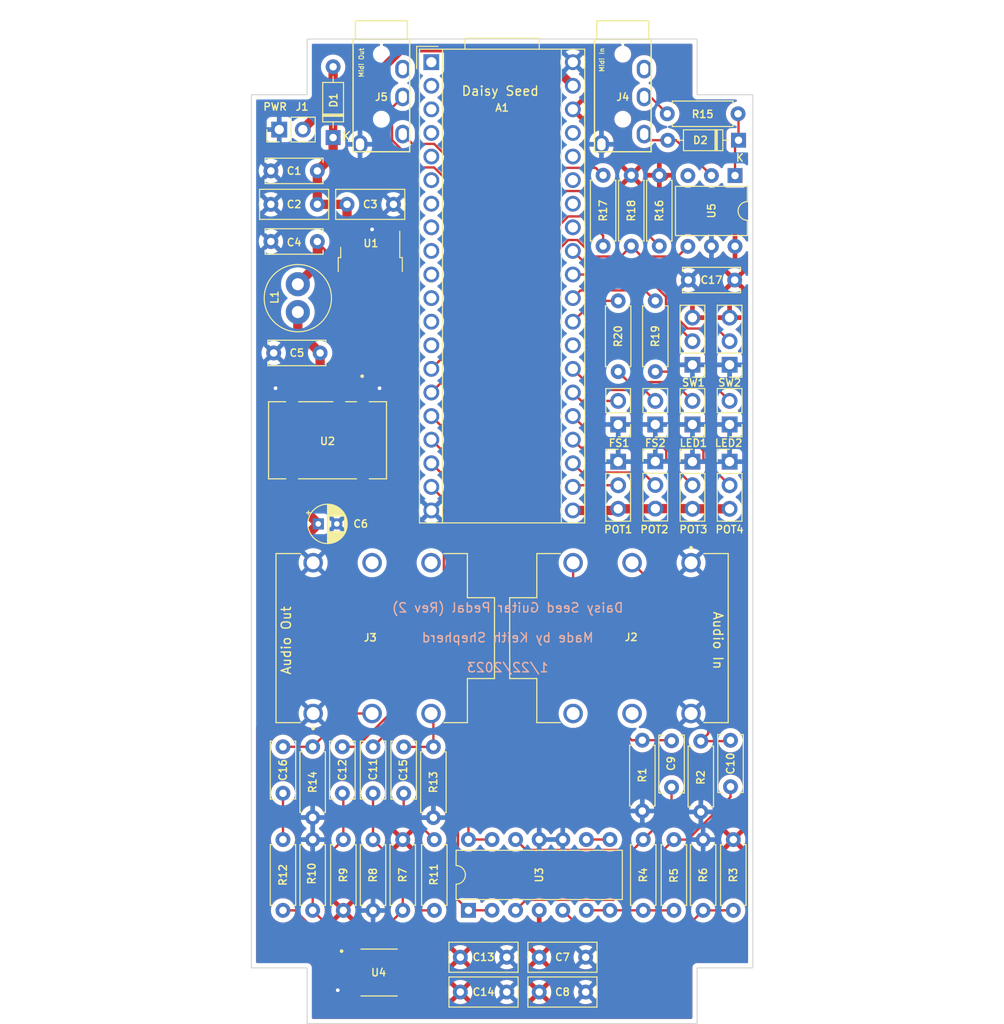
<source format=kicad_pcb>
(kicad_pcb (version 20211014) (generator pcbnew)
  (layers (0 "F.Cu" signal) (31 "B.Cu" signal) (34 "B.Paste" user) (35 "F.Paste" user) (36 "B.SilkS" user "B.Silkscreen") (37 "F.SilkS" user "F.Silkscreen") (38 "B.Mask" user) (39 "F.Mask" user) (44 "Edge.Cuts" user))
  (net 0 "")
  (net 6 "OLED_DISPLAY_SPI_CS")
  (net 7 "OLED_DISPLAY_SPI_SCK")
  (net 8 "OLED_DISPLAY_SPI_DC")
  (net 9 "OLED_DISPLAY_SPI_MOSI")
  (net 12 "MIDI_OUT")
  (net 13 "MIDI_IN")
  (net 14 "Net-(A1-Pad22)")
  (net 15 "Net-(A1-Pad23)")
  (net 16 "Net-(A1-Pad26)")
  (net 17 "Net-(A1-Pad27)")
  (net 19 "Net-(A1-Pad24)")
  (net 20 "Net-(A1-Pad25)")
  (net 26 "+3.3V")
  (net 27 "+9V")
  (net 28 "+5V")
  (net 29 "+5V_ISOLATED_POWER")
  (net 30 "Net-(C9-Pad2)")
  (net 31 "Net-(C10-Pad2)")
  (net 32 "Net-(C11-Pad1)")
  (net 33 "Net-(C12-Pad1)")
  (net 34 "Net-(C15-Pad1)")
  (net 35 "Net-(C16-Pad1)")
  (net 36 "Net-(D2-Pad1)")
  (net 41 "Net-(R3-Pad2)")
  (net 42 "/Audio Input Buffer/V_AUDIOBIAS")
  (net 43 "Net-(R11-Pad1)")
  (net 44 "Net-(R12-Pad1)")
  (net 48 "Net-(A1-Pad29)")
  (net 49 "Net-(A1-Pad30)")
  (net 50 "Net-(LED1-Pad2)")
  (net 51 "Net-(LED2-Pad2)")
  (net 52 "Net-(A1-Pad31)")
  (net 53 "Net-(A1-Pad32)")
  (net 54 "+3.3VA")
  (net 55 "/Power/VIN")
  (net 56 "Net-(U3-Pad8)")
  (net 57 "AUDIO_IN_BUFFER_LEFT")
  (net 58 "AUDIO_IN_BUFFER_RIGHT")
  (net 59 "AUDIO_OUT_BUFFER_LEFT")
  (net 60 "AUDIO_OUT_BUFFER_RIGHT")
  (net 61 "AUDIO_IN_JACK_LEFT")
  (net 62 "AUDIO_IN_JACK_RIGHT")
  (net 63 "AUDIO_OUT_JACK_LEFT")
  (net 64 "AUDIO_OUT_JACK_RIGHT")
  (net 65 "MIDI_IN_JACK_PIN5")
  (net 66 "MIDI_IN_JACK_PIN4")
  (net 67 "MIDI_OUT_JACK_PIN5")
  (net 68 "MIDI_OUT_JACK_PIN4")
  (net 69 "POWER_JACK_PWR")
  (net 70 "GND")
  (footprint "Package_DIP:DIP-6_W7.62mm" (layer "F.Cu") (at 132.085 44.7 -90)
    (fp_text reference "U5")
    (fp_text value "H11L1" hide)
  )
  (footprint "Resistor_THT:R_Axial_DIN0207_L6.3mm_D2.5mm_P7.62mm_Horizontal" (layer "F.Cu") (at 120.91 44.67 -90)
    (fp_text reference "R18")
    (fp_text value "470R" hide)
  )
  (footprint "Resistor_THT:R_Axial_DIN0207_L6.3mm_D2.5mm_P7.62mm_Horizontal" (layer "F.Cu") (at 89.9 123.81 90)
    (fp_text reference "R9")
    (fp_text value "2M" hide)
  )
  (footprint "AudioConnector-PJ320A:TRRS-PJ-320A" (layer "F.Cu") (at 94 30.0375)
    (fp_text reference "J5")
    (fp_text value "MIDI OUT JACK")
  )
  (footprint "AudioConnector-PJ320A:TRRS-PJ-320A" (layer "F.Cu") (at 120 30.0375)
    (fp_text reference "J4")
    (fp_text value "MIDI IN JACK")
  )
  (footprint "OPA1652AID:SOIC127P599X175-8N" (layer "F.Cu") (at 93.755 130.5)
    (fp_text reference "U4")
    (fp_text value "OPA1652AID" hide)
  )
  (footprint "Resistor_THT:R_Axial_DIN0207_L6.3mm_D2.5mm_P7.62mm_Horizontal" (layer "F.Cu") (at 122.1 105.49 -90)
    (fp_text reference "R1")
    (fp_text value "2M" hide)
  )
  (footprint "Package_DIP:DIP-14_W7.62mm" (layer "F.Cu") (at 103.375 123.8 90)
    (fp_text reference "U3")
    (fp_text value "MCP6004" hide)
  )
  (footprint "Resistor_THT:R_Axial_DIN0207_L6.3mm_D2.5mm_P7.62mm_Horizontal" (layer "F.Cu") (at 83.4 123.81 90)
    (fp_text reference "R12")
    (fp_text value "100R" hide)
  )
  (footprint "NMJ6HCD2:NEUTRIK_NMJ6HCD2" (layer "F.Cu") (at 93 94.5 180)
    (fp_text reference "J3")
    (fp_text value "AUDIO_OUT_TRS")
  )
  (footprint "DaisySeed:Electrosmith_Daisy_Seed" (layer "F.Cu") (at 99.38 32.495)
    (fp_text reference "A1")
    (fp_text value "Electrosmith_Daisy_Seed_Rev4" hide)
  )
  (footprint "Connector_PinHeader_2.54mm:PinHeader_1x02_P2.54mm_Vertical" (layer "F.Cu") (at 131.5 71.5 180)
    (fp_text reference "LED2")
    (fp_text value "LED_B" hide)
  )
  (footprint "Resistor_THT:R_Axial_DIN0207_L6.3mm_D2.5mm_P7.62mm_Horizontal" (layer "F.Cu") (at 117.88 44.67 -90)
    (fp_text reference "R17")
    (fp_text value "10R" hide)
  )
  (footprint "Capacitor_THT:C_Disc_D6.0mm_W2.5mm_P5.00mm" (layer "F.Cu") (at 87.1 44.2 180)
    (fp_text reference "C1")
    (fp_text value "10UF" hide)
  )
  (footprint "Connector_PinHeader_2.54mm:PinHeader_1x02_P2.54mm_Vertical" (layer "F.Cu") (at 119.5 71.5 180)
    (fp_text reference "FS1")
    (fp_text value "Foot_Switch_A" hide)
  )
  (footprint "Connector_PinHeader_2.54mm:PinHeader_1x03_P2.54mm_Vertical" (layer "F.Cu") (at 131.5 75.5)
    (fp_text reference "POT4")
    (fp_text value "POT_10K_D" hide)
  )
  (footprint "Resistor_THT:R_Axial_DIN0207_L6.3mm_D2.5mm_P7.62mm_Horizontal" (layer "F.Cu") (at 128.4 105.59 -90)
    (fp_text reference "R2")
    (fp_text value "2M" hide)
  )
  (footprint "Capacitor_THT:C_Disc_D6.0mm_W2.5mm_P5.00mm" (layer "F.Cu") (at 131.6 105.5 -90)
    (fp_text reference "C10")
    (fp_text value "10UF" hide)
  )
  (footprint "Capacitor_THT:C_Rect_L7.2mm_W3.0mm_P5.00mm_FKS2_FKP2_MKS2_MKP2" (layer "F.Cu") (at 102.5 132.6)
    (fp_text reference "C14")
    (fp_text value "100NF" hide)
  )
  (footprint "Capacitor_THT:C_Rect_L7.2mm_W3.0mm_P5.00mm_FKS2_FKP2_MKS2_MKP2" (layer "F.Cu") (at 102.5 128.85)
    (fp_text reference "C13")
    (fp_text value "100NF" hide)
  )
  (footprint "Resistor_THT:R_Axial_DIN0207_L6.3mm_D2.5mm_P7.62mm_Horizontal" (layer "F.Cu") (at 99.7 123.81 90)
    (fp_text reference "R11")
    (fp_text value "100R" hide)
  )
  (footprint "Resistor_THT:R_Axial_DIN0207_L6.3mm_D2.5mm_P7.62mm_Horizontal" (layer "F.Cu") (at 86.6 123.81 90)
    (fp_text reference "R10")
    (fp_text value "2M" hide)
  )
  (footprint "Capacitor_THT:C_Rect_L7.2mm_W3.0mm_P5.00mm_FKS2_FKP2_MKS2_MKP2" (layer "F.Cu") (at 90.3 47.8)
    (fp_text reference "C3")
    (fp_text value "100NF" hide)
  )
  (footprint "Resistor_THT:R_Axial_DIN0207_L6.3mm_D2.5mm_P7.62mm_Horizontal" (layer "F.Cu") (at 119.5 65.81 90)
    (fp_text reference "R20")
    (fp_text value "220R" hide)
  )
  (footprint "Capacitor_THT:C_Disc_D6.0mm_W2.5mm_P5.00mm" (layer "F.Cu") (at 125.25 105.55 -90)
    (fp_text reference "C9")
    (fp_text value "10UF" hide)
  )
  (footprint "Capacitor_THT:C_Disc_D6.0mm_W2.5mm_P5.00mm" (layer "F.Cu") (at 89.8 111.2 90)
    (fp_text reference "C12")
    (fp_text value "10UF" hide)
  )
  (footprint "Connector_PinHeader_2.54mm:PinHeader_1x02_P2.54mm_Vertical" (layer "F.Cu") (at 123.5 71.5 180)
    (fp_text reference "FS2")
    (fp_text value "Foot_Switch_B" hide)
  )
  (footprint "Inductor_THT:L_Radial_D7.0mm_P3.00mm" (layer "F.Cu") (at 85 56.4 -90)
    (fp_text reference "L1")
    (fp_text value "2.2uH" hide)
  )
  (footprint "Resistor_THT:R_Axial_DIN0207_L6.3mm_D2.5mm_P7.62mm_Horizontal" (layer "F.Cu") (at 131.9 116.19 -90)
    (fp_text reference "R3")
    (fp_text value "100K" hide)
  )
  (footprint "Capacitor_THT:C_Disc_D6.0mm_W2.5mm_P5.00mm" (layer "F.Cu") (at 87.1 51.8 180)
    (fp_text reference "C4")
    (fp_text value "10UF" hide)
  )
  (footprint "Capacitor_THT:C_Rect_L7.2mm_W3.0mm_P5.00mm_FKS2_FKP2_MKS2_MKP2" (layer "F.Cu") (at 87.1 47.8 180)
    (fp_text reference "C2")
    (fp_text value "100NF" hide)
  )
  (footprint "Diode_THT:D_DO-35_SOD27_P7.62mm_Horizontal" (layer "F.Cu") (at 132.46 40.9 180)
    (fp_text reference "D2")
    (fp_text value "1N914")
  )
  (footprint "NMJ6HCD2:NEUTRIK_NMJ6HCD2" (layer "F.Cu") (at 121 94.5)
    (fp_text reference "J2")
    (fp_text value "AUDIO_IN_TRS")
  )
  (footprint "Package_TO_SOT_SMD:TO-252-2" (layer "F.Cu") (at 92.8 56 -90)
    (fp_text reference "U1")
    (fp_text value "LD1117S50TR_SOT223")
  )
  (footprint "Capacitor_THT:C_Rect_L7.2mm_W3.0mm_P5.00mm_FKS2_FKP2_MKS2_MKP2" (layer "F.Cu") (at 111 132.6)
    (fp_text reference "C8")
    (fp_text value "100NF" hide)
  )
  (footprint "Capacitor_THT:C_Disc_D6.0mm_W2.5mm_P5.00mm" (layer "F.Cu") (at 87.4 63.8 180)
    (fp_text reference "C5")
    (fp_text value "10UF" hide)
  )
  (footprint "Connector_PinHeader_2.54mm:PinHeader_1x02_P2.54mm_Vertical" (layer "F.Cu") (at 83 39.75 90)
    (fp_text reference "J1")
    (fp_text value "Barrel_Jack")
  )
  (footprint "Resistor_THT:R_Axial_DIN0207_L6.3mm_D2.5mm_P7.62mm_Horizontal" (layer "F.Cu") (at 124.79 38.05)
    (fp_text reference "R15")
    (fp_text value "220R" hide)
  )
  (footprint "Capacitor_THT:C_Disc_D6.0mm_W2.5mm_P5.00mm" (layer "F.Cu") (at 93.1 111.2 90)
    (fp_text reference "C11")
    (fp_text value "10UF" hide)
  )
  (footprint "Resistor_THT:R_Axial_DIN0207_L6.3mm_D2.5mm_P7.62mm_Horizontal" (layer "F.Cu") (at 125.5 123.81 90)
    (fp_text reference "R5")
    (fp_text value "2M" hide)
  )
  (footprint "Capacitor_THT:C_Disc_D6.0mm_W2.5mm_P5.00mm" (layer "F.Cu") (at 83.4 111.2 90)
    (fp_text reference "C16")
    (fp_text value "10UF" hide)
  )
  (footprint "Connector_PinHeader_2.54mm:PinHeader_1x02_P2.54mm_Vertical" (layer "F.Cu") (at 127.5 71.5 180)
    (fp_text reference "LED1")
    (fp_text value "LED_A" hide)
  )
  (footprint "Capacitor_THT:C_Disc_D6.0mm_W2.5mm_P5.00mm" (layer "F.Cu") (at 132.05 55.95 180)
    (fp_text reference "C17")
    (fp_text value "100NF")
  )
  (footprint "Capacitor_THT:C_Disc_D6.0mm_W2.5mm_P5.00mm" (layer "F.Cu") (at 96.4 111.21 90)
    (fp_text reference "C15")
    (fp_text value "10UF" hide)
  )
  (footprint "Resistor_THT:R_Axial_DIN0207_L6.3mm_D2.5mm_P7.62mm_Horizontal" (layer "F.Cu") (at 93.1 116.2 -90)
    (fp_text reference "R8")
    (fp_text value "2M" hide)
  )
  (footprint "Resistor_THT:R_Axial_DIN0207_L6.3mm_D2.5mm_P7.62mm_Horizontal" (layer "F.Cu") (at 128.65 123.81 90)
    (fp_text reference "R6")
    (fp_text value "100K" hide)
  )
  (footprint "Connector_PinHeader_2.54mm:PinHeader_1x03_P2.54mm_Vertical" (layer "F.Cu") (at 127.5 75.5)
    (fp_text reference "POT3")
    (fp_text value "POT_10K_C" hide)
  )
  (footprint "Resistor_THT:R_Axial_DIN0207_L6.3mm_D2.5mm_P7.62mm_Horizontal" (layer "F.Cu") (at 99.6 106.2 -90)
    (fp_text reference "R13")
    (fp_text value "2M" hide)
  )
  (footprint "Resistor_THT:R_Axial_DIN0207_L6.3mm_D2.5mm_P7.62mm_Horizontal" (layer "F.Cu") (at 123.5 65.81 90)
    (fp_text reference "R19")
    (fp_text value "220R" hide)
  )
  (footprint "Resistor_THT:R_Axial_DIN0207_L6.3mm_D2.5mm_P7.62mm_Horizontal" (layer "F.Cu") (at 123.93 52.29 90)
    (fp_text reference "R16")
    (fp_text value "33R" hide)
  )
  (footprint "Resistor_THT:R_Axial_DIN0207_L6.3mm_D2.5mm_P7.62mm_Horizontal" (layer "F.Cu") (at 86.6 106.19 -90)
    (fp_text reference "R14")
    (fp_text value "2M" hide)
  )
  (footprint "Capacitor_THT:C_Rect_L7.2mm_W3.0mm_P5.00mm_FKS2_FKP2_MKS2_MKP2" (layer "F.Cu") (at 111 128.85)
    (fp_text reference "C7")
    (fp_text value "100NF" hide)
  )
  (footprint "Connector_PinHeader_2.54mm:PinHeader_1x03_P2.54mm_Vertical" (layer "F.Cu") (at 123.5 75.475)
    (fp_text reference "POT2")
    (fp_text value "POT_10K_B" hide)
  )
  (footprint "Resistor_THT:R_Axial_DIN0207_L6.3mm_D2.5mm_P7.62mm_Horizontal" (layer "F.Cu") (at 122.2 123.81 90)
    (fp_text reference "R4")
    (fp_text value "2M" hide)
  )
  (footprint "PDS1-S5-S5-M:CONV_PDS1-S5-S5-M" (layer "F.Cu") (at 88.2 73.2 -90)
    (fp_text reference "U2")
    (fp_text value "PDS1-S5-S5-M" hide)
  )
  (footprint "Resistor_THT:R_Axial_DIN0207_L6.3mm_D2.5mm_P7.62mm_Horizontal" (layer "F.Cu") (at 96.3 116.19 -90)
    (fp_text reference "R7")
    (fp_text value "2M" hide)
  )
  (footprint "Diode_THT:D_DO-35_SOD27_P7.62mm_Horizontal" (layer "F.Cu") (at 88.8 40.61 90)
    (fp_text reference "D1")
    (fp_text value "1N5817" hide)
  )
  (footprint "Connector_PinHeader_2.54mm:PinHeader_1x03_P2.54mm_Vertical" (layer "F.Cu") (at 131.5 65.075 180)
    (fp_text reference "SW2")
    (fp_text value "Toggle_Switch_B" hide)
  )
  (footprint "Connector_PinHeader_2.54mm:PinHeader_1x03_P2.54mm_Vertical" (layer "F.Cu") (at 119.5 75.5)
    (fp_text reference "POT1")
    (fp_text value "POT_10K_A" hide)
  )
  (footprint "Capacitor_THT:CP_Radial_D4.0mm_P2.00mm" (layer "F.Cu") (at 87.2 82.2)
    (fp_text reference "C6")
    (fp_text value "22UF" hide)
  )
  (footprint "Connector_PinHeader_2.54mm:PinHeader_1x03_P2.54mm_Vertical" (layer "F.Cu") (at 127.5 65.075 180)
    (fp_text reference "SW1")
    (fp_text value "Toggle_Switch_A" hide)
  )
  (gr_poly locked (pts (xy 128 36) (xy 134 36) (xy 134 130) (xy 128 130) (xy 128 136) (xy 86 136) (xy 86 130) (xy 80 130) (xy 80 36) (xy 86 36) (xy 86 30) (xy 128 30)) (layer "Edge.Cuts") (width 0.1) (fill none))
  (gr_text "Daisy Seed Guitar Pedal (Rev 2)\n\nMade by Keith Shepherd\n\n1/22/2023" (at 107.6 94.45) (layer "B.SilkS") (effects (font (size 1 1)) (justify mirror)))
  (gr_text "J5" (at 94 36.25) (layer "F.SilkS") (effects (font (size 0.8 0.8))))
  (gr_text "Audio Out" (at 83.75 94.75 90) (layer "F.SilkS") (effects (font (size 1 1))))
  (gr_text "PWR" (at 82.55 37.3) (layer "F.SilkS") (effects (font (size 0.8 0.8))))
  (gr_text "J4" (at 120 36.25) (layer "F.SilkS") (effects (font (size 0.8 0.8))))
  (gr_text "Midi Out" (at 91.85 32.55 90) (layer "F.SilkS") (effects (font (size 0.5 0.5) (thickness 0.1))))
  (gr_text "Daisy Seed" (at 106.8 35.6) (layer "F.SilkS") (effects (font (size 1 1))))
  (gr_text "Midi In" (at 117.75 32.25 90) (layer "F.SilkS") (effects (font (size 0.5 0.5) (thickness 0.1))))
  (gr_text "Audio In" (at 130.25 94.75 270) (layer "F.SilkS") (effects (font (size 1 1))))
  (segment (start 114.12 49.1) (end 101.92 61.3) (width 0.25) (layer "F.Cu") (net 12))
  (segment (start 115.82137 49.1) (end 114.12 49.1) (width 0.25) (layer "F.Cu") (net 12))
  (segment (start 101.92 62.975) (end 99.38 65.515) (width 0.25) (layer "F.Cu") (net 12))
  (segment (start 101.92 61.3) (end 101.92 62.975) (width 0.25) (layer "F.Cu") (net 12))
  (segment (start 117.88 51.15863) (end 115.82137 49.1) (width 0.25) (layer "F.Cu") (net 12))
  (segment (start 117.88 52.29) (end 117.88 51.15863) (width 0.25) (layer "F.Cu") (net 12))
  (segment (start 127.005 52.32) (end 125.91 53.415) (width 0.25) (layer "F.Cu") (net 13))
  (segment (start 119.785 53.415) (end 116.881701 53.415) (width 0.25) (layer "F.Cu") (net 13))
  (segment (start 116.881701 53.415) (end 115.106701 51.64) (width 0.25) (layer "F.Cu") (net 13))
  (segment (start 120.91 52.29) (end 119.785 53.415) (width 0.25) (layer "F.Cu") (net 13))
  (segment (start 122.035 53.415) (end 120.91 52.29) (width 0.25) (layer "F.Cu") (net 13))
  (segment (start 114.12 51.64) (end 104.04 61.72) (width 0.25) (layer "F.Cu") (net 13))
  (segment (start 125.91 53.415) (end 122.035 53.415) (width 0.25) (layer "F.Cu") (net 13))
  (segment (start 115.106701 51.64) (end 114.12 51.64) (width 0.25) (layer "F.Cu") (net 13))
  (segment (start 104.04 63.395) (end 99.38 68.055) (width 0.25) (layer "F.Cu") (net 13))
  (segment (start 104.04 61.72) (end 104.04 63.395) (width 0.25) (layer "F.Cu") (net 13))
  (segment (start 119.5 78.04) (end 114.795 78.04) (width 0.25) (layer "F.Cu") (net 14))
  (segment (start 114.795 78.04) (end 114.62 78.215) (width 0.25) (layer "F.Cu") (net 14))
  (segment (start 123.5 78.015) (end 122.16 76.675) (width 0.25) (layer "F.Cu") (net 15))
  (segment (start 122.16 76.675) (end 115.62 76.675) (width 0.25) (layer "F.Cu") (net 15))
  (segment (start 115.62 76.675) (end 114.62 75.675) (width 0.25) (layer "F.Cu") (net 15))
  (segment (start 119.5 68.96) (end 115.525 68.96) (width 0.25) (layer "F.Cu") (net 16))
  (segment (start 115.525 68.96) (end 114.62 68.055) (width 0.25) (layer "F.Cu") (net 16))
  (segment (start 123.5 68.96) (end 122.325 67.785) (width 0.25) (layer "F.Cu") (net 17))
  (segment (start 122.325 67.785) (end 116.89 67.785) (width 0.25) (layer "F.Cu") (net 17))
  (segment (start 116.89 67.785) (end 114.62 65.515) (width 0.25) (layer "F.Cu") (net 17))
  (segment (start 124.675 74.3) (end 124.375 74) (width 0.25) (layer "F.Cu") (net 19))
  (segment (start 115.485 74) (end 114.62 73.135) (width 0.25) (layer "F.Cu") (net 19))
  (segment (start 124.675 75.215) (end 124.675 74.3) (width 0.25) (layer "F.Cu") (net 19))
  (segment (start 124.375 74) (end 115.485 74) (width 0.25) (layer "F.Cu") (net 19))
  (segment (start 127.5 78.04) (end 124.675 75.215) (width 0.25) (layer "F.Cu") (net 19))
  (segment (start 128.675 75.215) (end 128.675 74.325) (width 0.25) (layer "F.Cu") (net 20))
  (segment (start 128.675 74.325) (end 127.35 73) (width 0.25) (layer "F.Cu") (net 20))
  (segment (start 117.025 73) (end 114.62 70.595) (width 0.25) (layer "F.Cu") (net 20))
  (segment (start 127.35 73) (end 117.025 73) (width 0.25) (layer "F.Cu") (net 20))
  (segment (start 131.5 78.04) (end 128.675 75.215) (width 0.25) (layer "F.Cu") (net 20))
  (segment (start 123.87 44.76) (end 123.9 44.79) (width 1) (layer "F.Cu") (net 26))
  (segment (start 132.025 55.925) (end 132.05 55.95) (width 1) (layer "F.Cu") (net 26))
  (segment (start 123.9 44.79) (end 124.395 44.79) (width 1) (layer "F.Cu") (net 26))
  (segment (start 110.58 30.995) (end 114.62 35.035) (width 0.9) (layer "F.Cu") (net 27))
  (segment (start 90.3 47.8) (end 90.3 51.58) (width 1) (layer "F.Cu") (net 27))
  (segment (start 88.8 42.5) (end 87.1 44.2) (width 1) (layer "F.Cu") (net 27))
  (segment (start 88.8 38.48689) (end 96.29189 30.995) (width 0.9) (layer "F.Cu") (net 27))
  (segment (start 87.1 47.8) (end 90.3 47.8) (width 1) (layer "F.Cu") (net 27))
  (segment (start 88.8 40.61) (end 88.8 38.48689) (width 0.9) (layer "F.Cu") (net 27))
  (segment (start 87.1 44.2) (end 87.1 47.8) (width 1) (layer "F.Cu") (net 27))
  (segment (start 96.29189 30.995) (end 110.58 30.995) (width 0.9) (layer "F.Cu") (net 27))
  (segment (start 90.3 51.58) (end 90.52 51.8) (width 1) (layer "F.Cu") (net 27))
  (segment (start 88.8 40.61) (end 88.8 42.5) (width 1) (layer "F.Cu") (net 27))
  (segment (start 87.1 51.8) (end 87.1 52.4) (width 1) (layer "F.Cu") (net 28))
  (segment (start 87.1 52.4) (end 92.8 58.1) (width 1) (layer "F.Cu") (net 28))
  (segment (start 87.1 51.8) (end 87.1 54.3) (width 1) (layer "F.Cu") (net 28))
  (segment (start 87.1 54.3) (end 85 56.4) (width 1) (layer "F.Cu") (net 28))
  (segment (start 84.39 79.39) (end 87.2 82.2) (width 1) (layer "F.Cu") (net 29))
  (segment (start 87.2 82.2) (end 81.75 87.65) (width 1) (layer "F.Cu") (net 29))
  (segment (start 84.39 78.25) (end 84.39 79.39) (width 1) (layer "F.Cu") (net 29))
  (segment (start 81.75 87.65) (end 81.75 103.75) (width 1) (layer "F.Cu") (net 29))
  (segment (start 122.2 116.19) (end 121.085 117.305) (width 0.25) (layer "F.Cu") (net 30))
  (segment (start 125.25 110.55) (end 125.25 113.14) (width 0.25) (layer "F.Cu") (net 30))
  (segment (start 109.58 117.305) (end 108.455 116.18) (width 0.25) (layer "F.Cu") (net 30))
  (segment (start 121.085 117.305) (end 109.58 117.305) (width 0.25) (layer "F.Cu") (net 30))
  (segment (start 125.25 113.14) (end 122.2 116.19) (width 0.25) (layer "F.Cu") (net 30))
  (segment (start 125.5 116.19) (end 127.010991 116.19) (width 0.25) (layer "F.Cu") (net 31))
  (segment (start 127.010991 116.19) (end 131.6 111.600991) (width 0.25) (layer "F.Cu") (net 31))
  (segment (start 109.58 122.675) (end 108.455 123.8) (width 0.25) (layer "F.Cu") (net 31))
  (segment (start 125.5 116.19) (end 119.015 122.675) (width 0.25) (layer "F.Cu") (net 31))
  (segment (start 119.015 122.675) (end 109.58 122.675) (width 0.25) (layer "F.Cu") (net 31))
  (segment (start 131.6 111.600991) (end 131.6 110.5) (width 0.25) (layer "F.Cu") (net 31))
  (segment (start 95.774984 132.405) (end 96.225 132.405) (width 0.25) (layer "F.Cu") (net 32))
  (segment (start 96.3 119.4) (end 93.1 116.2) (width 0.25) (layer "F.Cu") (net 32))
  (segment (start 96.3 123.81) (end 94.465 125.645) (width 0.25) (layer "F.Cu") (net 32))
  (segment (start 93.1 111.2) (end 93.1 116.2) (width 0.25) (layer "F.Cu") (net 32))
  (segment (start 94.465 131.095016) (end 95.774984 132.405) (width 0.25) (layer "F.Cu") (net 32))
  (segment (start 96.3 123.81) (end 96.3 119.4) (width 0.25) (layer "F.Cu") (net 32))
  (segment (start 94.465 125.645) (end 94.465 131.095016) (width 0.25) (layer "F.Cu") (net 32))
  (segment (start 86.6 119.49) (end 89.9 116.19) (width 0.25) (layer "F.Cu") (net 33))
  (segment (start 91.510016 127.1) (end 92.595 128.184984) (width 0.25) (layer "F.Cu") (net 33))
  (segment (start 89.89 127.1) (end 91.510016 127.1) (width 0.25) (layer "F.Cu") (net 33))
  (segment (start 86.6 123.81) (end 86.6 119.49) (width 0.25) (layer "F.Cu") (net 33))
  (segment (start 91.735016 131.135) (end 91.285 131.135) (width 0.25) (layer "F.Cu") (net 33))
  (segment (start 86.6 123.81) (end 89.89 127.1) (width 0.25) (layer "F.Cu") (net 33))
  (segment (start 92.595 128.184984) (end 92.595 130.275016) (width 0.25) (layer "F.Cu") (net 33))
  (segment (start 89.9 116.19) (end 89.9 111.3) (width 0.25) (layer "F.Cu") (net 33))
  (segment (start 92.595 130.275016) (end 91.735016 131.135) (width 0.25) (layer "F.Cu") (net 33))
  (segment (start 89.9 111.3) (end 89.8 111.2) (width 0.25) (layer "F.Cu") (net 33))
  (segment (start 99.7 116.19) (end 96.4 112.89) (width 0.25) (layer "F.Cu") (net 34))
  (segment (start 96.4 112.89) (end 96.4 111.21) (width 0.25) (layer "F.Cu") (net 34))
  (segment (start 83.4 116.19) (end 83.4 111.2) (width 0.25) (layer "F.Cu") (net 35))
  (segment (start 132.46 40.9) (end 132.46 38.1) (width 0.25) (layer "F.Cu") (net 36))
  (segment (start 132.085 44.7) (end 132.085 41.275) (width 0.25) (layer "F.Cu") (net 36))
  (segment (start 132.46 38.1) (end 132.41 38.05) (width 0.25) (layer "F.Cu") (net 36))
  (segment (start 132.085 41.275) (end 132.46 40.9) (width 0.25) (layer "F.Cu") (net 36))
  (segment (start 115.435 125.7) (end 126.76 125.7) (width 0.25) (layer "F.Cu") (net 41))
  (segment (start 126.76 125.7) (end 128.65 123.81) (width 0.25) (layer "F.Cu") (net 41))
  (segment (start 128.65 123.81) (end 131.9 123.81) (width 0.25) (layer "F.Cu") (net 41))
  (segment (start 113.535 123.8) (end 115.435 125.7) (width 0.25) (layer "F.Cu") (net 41))
  (segment (start 116.075 123.8) (end 118.615 123.8) (width 0.25) (layer "F.Cu") (net 42))
  (segment (start 118.615 123.8) (end 122.19 123.8) (width 0.25) (layer "F.Cu") (net 42))
  (segment (start 122.19 123.8) (end 122.2 123.81) (width 0.25) (layer "F.Cu") (net 42))
  (segment (start 122.2 123.81) (end 125.5 123.81) (width 0.25) (layer "F.Cu") (net 42))
  (segment (start 96.225 129.865) (end 95.165 129.865) (width 0.25) (layer "F.Cu") (net 43))
  (segment (start 95.165 129.865) (end 94.915 129.615) (width 0.25) (layer "F.Cu") (net 43))
  (segment (start 98.305 123.81) (end 99.7 123.81) (width 0.25) (layer "F.Cu") (net 43))
  (segment (start 94.915 127.2) (end 98.305 123.81) (width 0.25) (layer "F.Cu") (net 43))
  (segment (start 96.225 131.135) (end 96.225 129.865) (width 0.25) (layer "F.Cu") (net 43))
  (segment (start 94.915 129.615) (end 94.915 127.2) (width 0.25) (layer "F.Cu") (net 43))
  (segment (start 89.495 128.595) (end 91.285 128.595) (width 0.25) (layer "F.Cu") (net 44))
  (segment (start 91.285 129.865) (end 91.285 128.595) (width 0.25) (layer "F.Cu") (net 44))
  (segment (start 84.71 123.81) (end 89.495 128.595) (width 0.25) (layer "F.Cu") (net 44))
  (segment (start 83.4 123.81) (end 84.71 123.81) (width 0.25) (layer "F.Cu") (net 44))
  (segment (start 116.865 58.19) (end 114.62 60.435) (width 0.25) (layer "F.Cu") (net 48))
  (segment (start 119.5 58.19) (end 116.865 58.19) (width 0.25) (layer "F.Cu") (net 48))
  (segment (start 123.5 58.19) (end 122.375 57.065) (width 0.25) (layer "F.Cu") (net 49))
  (segment (start 122.375 57.065) (end 115.45 57.065) (width 0.25) (layer "F.Cu") (net 49))
  (segment (start 115.45 57.065) (end 114.62 57.895) (width 0.25) (layer "F.Cu") (net 49))
  (segment (start 127.5 68.96) (end 125.475 66.935) (width 0.25) (layer "F.Cu") (net 50))
  (segment (start 120.625 66.935) (end 119.5 65.81) (width 0.25) (layer "F.Cu") (net 50))
  (segment (start 125.475 66.935) (end 120.625 66.935) (width 0.25) (layer "F.Cu") (net 50))
  (segment (start 129.24 66.7) (end 125.95 66.7) (width 0.25) (layer "F.Cu") (net 51))
  (segment (start 131.5 68.96) (end 129.24 66.7) (width 0.25) (layer "F.Cu") (net 51))
  (segment (start 125.95 66.7) (end 125.06 65.81) (width 0.25) (layer "F.Cu") (net 51))
  (segment (start 125.06 65.81) (end 123.5 65.81) (width 0.25) (layer "F.Cu") (net 51))
  (segment (start 127.5 62.535) (end 124.65 59.685) (width 0.25) (layer "F.Cu") (net 52))
  (segment (start 124.65 57.749009) (end 122.255991 55.355) (width 0.25) (layer "F.Cu") (net 52))
  (segment (start 122.255991 55.355) (end 114.62 55.355) (width 0.25) (layer "F.Cu") (net 52))
  (segment (start 124.65 59.685) (end 124.65 57.749009) (width 0.25) (layer "F.Cu") (net 52))
  (segment (start 125.1 59.3) (end 125.1 57.562613) (width 0.25) (layer "F.Cu") (net 53))
  (segment (start 130.135 61.17) (end 126.97 61.17) (width 0.25) (layer "F.Cu") (net 53))
  (segment (start 115.755 53.95) (end 114.62 52.815) (width 0.25) (layer "F.Cu") (net 53))
  (segment (start 125.1 57.562613) (end 121.487387 53.95) (width 0.25) (layer "F.Cu") (net 53))
  (segment (start 121.487387 53.95) (end 115.755 53.95) (width 0.25) (layer "F.Cu") (net 53))
  (segment (start 131.5 62.535) (end 130.135 61.17) (width 0.25) (layer "F.Cu") (net 53))
  (segment (start 126.97 61.17) (end 125.1 59.3) (width 0.25) (layer "F.Cu") (net 53))
  (segment (start 123.475 80.58) (end 123.5 80.555) (width 1) (layer "F.Cu") (net 54))
  (segment (start 123.5 80.555) (end 127.475 80.555) (width 1) (layer "F.Cu") (net 54))
  (segment (start 127.5 80.58) (end 131.5 80.58) (width 1) (layer "F.Cu") (net 54))
  (segment (start 114.62 80.755) (end 119.325 80.755) (width 1) (layer "F.Cu") (net 54))
  (segment (start 127.475 80.555) (end 127.5 80.58) (width 1) (layer "F.Cu") (net 54))
  (segment (start 119.325 80.755) (end 119.5 80.58) (width 1) (layer "F.Cu") (net 54))
  (segment (start 119.5 80.58) (end 123.475 80.58) (width 1) (layer "F.Cu") (net 54))
  (segment (start 85 59.4) (end 85 61.4) (width 1) (layer "F.Cu") (net 55))
  (segment (start 85 61.4) (end 87.4 63.8) (width 1) (layer "F.Cu") (net 55))
  (segment (start 87.4 66.08) (end 89.47 68.15) (width 1) (layer "F.Cu") (net 55))
  (segment (start 87.4 63.8) (end 87.4 66.08) (width 1) (layer "F.Cu") (net 55))
  (segment (start 116.075 116.18) (end 118.615 116.18) (width 0.25) (layer "F.Cu") (net 56))
  (segment (start 103.375 116.18) (end 103.375 107.425) (width 0.25) (layer "F.Cu") (net 57))
  (segment (start 105 105.8) (end 105 76.215) (width 0.25) (layer "F.Cu") (net 57))
  (segment (start 105 76.215) (end 99.38 70.595) (width 0.25) (layer "F.Cu") (net 57))
  (segment (start 103.375 107.425) (end 105 105.8) (width 0.25) (layer "F.Cu") (net 57))
  (segment (start 105.915 116.18) (end 103.375 116.18) (width 0.25) (layer "F.Cu") (net 57))
  (segment (start 102.25 107.135) (end 102.25 122.675) (width 0.25) (layer "F.Cu") (net 58))
  (segment (start 99.38 73.135) (end 103.585 77.34) (width 0.25) (layer "F.Cu") (net 58))
  (segment (start 102.25 122.675) (end 103.375 123.8) (width 0.25) (layer "F.Cu") (net 58))
  (segment (start 103.585 77.34) (end 103.585 105.8) (width 0.25) (layer "F.Cu") (net 58))
  (segment (start 103.585 105.8) (end 102.25 107.135) (width 0.25) (layer "F.Cu") (net 58))
  (segment (start 105.915 123.8) (end 103.375 123.8) (width 0.25) (layer "F.Cu") (net 58))
  (segment (start 102 78.295) (end 99.38 75.675) (width 0.25) (layer "F.Cu") (net 59))
  (segment (start 93.1 106.2) (end 102 97.3) (width 0.25) (layer "F.Cu") (net 59))
  (segment (start 102 97.3) (end 102 78.295) (width 0.25) (layer "F.Cu") (net 59))
  (segment (start 100.725 79.56) (end 99.38 78.215) (width 0.25) (layer "F.Cu") (net 60))
  (segment (start 89.8 106.2) (end 91.359544 106.2) (width 0.25) (layer "F.Cu") (net 60))
  (segment (start 91.359544 106.2) (end 100.725 96.834544) (width 0.25) (layer "F.Cu") (net 60))
  (segment (start 100.725 96.834544) (end 100.725 79.56) (width 0.25) (layer "F.Cu") (net 60))
  (segment (start 122.1 105.49) (end 120.96863 105.49) (width 0.25) (layer "F.Cu") (net 61))
  (segment (start 114.65 99.17137) (end 114.65 86.385) (width 0.25) (layer "F.Cu") (net 61))
  (segment (start 125.19 105.49) (end 125.25 105.55) (width 0.25) (layer "F.Cu") (net 61))
  (segment (start 122.1 105.49) (end 125.19 105.49) (width 0.25) (layer "F.Cu") (net 61))
  (segment (start 120.96863 105.49) (end 114.65 99.17137) (width 0.25) (layer "F.Cu") (net 61))
  (segment (start 131.51 105.59) (end 131.6 105.5) (width 0.25) (layer "F.Cu") (net 62))
  (segment (start 128.4 105.59) (end 129.199999 104.790001) (width 0.25) (layer "F.Cu") (net 62))
  (segment (start 129.199999 104.790001) (end 129.199999 94.584999) (width 0.25) (layer "F.Cu") (net 62))
  (segment (start 129.199999 94.584999) (end 121 86.385) (width 0.25) (layer "F.Cu") (net 62))
  (segment (start 128.4 105.59) (end 131.51 105.59) (width 0.25) (layer "F.Cu") (net 62))
  (segment (start 99.6 102.865) (end 99.35 102.615) (width 0.25) (layer "F.Cu") (net 63))
  (segment (start 99.6 106.2) (end 99.6 102.865) (width 0.25) (layer "F.Cu") (net 63))
  (segment (start 99.59 106.21) (end 99.6 106.2) (width 0.25) (layer "F.Cu") (net 63))
  (segment (start 96.4 106.21) (end 99.59 106.21) (width 0.25) (layer "F.Cu") (net 63))
  (segment (start 83.4 106.2) (end 86.59 106.2) (width 0.25) (layer "F.Cu") (net 64))
  (segment (start 86.59 106.2) (end 86.6 106.19) (width 0.25) (layer "F.Cu") (net 64))
  (segment (start 90.175 102.615) (end 93 102.615) (width 0.25) (layer "F.Cu") (net 64))
  (segment (start 86.6 106.19) (end 90.175 102.615) (width 0.25) (layer "F.Cu") (net 64))
  (segment (start 124.84 40.9) (end 122.9625 40.9) (width 0.25) (layer "F.Cu") (net 65))
  (segment (start 122.9625 40.9) (end 122.3 40.2375) (width 0.25) (layer "F.Cu") (net 65))
  (segment (start 129.545 44.7) (end 125.745 40.9) (width 0.25) (layer "F.Cu") (net 65))
  (segment (start 125.745 40.9) (end 124.84 40.9) (width 0.25) (layer "F.Cu") (net 65))
  (segment (start 124.79 38.05) (end 122.9775 36.2375) (width 0.25) (layer "F.Cu") (net 66))
  (segment (start 122.9775 36.2375) (end 122.3 36.2375) (width 0.25) (layer "F.Cu") (net 66))
  (segment (start 99.676701 41.29) (end 97.3525 41.29) (width 0.25) (layer "F.Cu") (net 67))
  (segment (start 97.3525 41.29) (end 96.3 40.2375) (width 0.25) (layer "F.Cu") (net 67))
  (segment (start 117.080001 43.870001) (end 102.256702 43.870001) (width 0.25) (layer "F.Cu") (net 67))
  (segment (start 117.88 44.67) (end 117.080001 43.870001) (width 0.25) (layer "F.Cu") (net 67))
  (segment (start 102.256702 43.870001) (end 99.676701 41.29) (width 0.25) (layer "F.Cu") (net 67))
  (segment (start 118.01 46.37) (end 102.216701 46.37) (width 0.25) (layer "F.Cu") (net 68))
  (segment (start 95.15 37.3875) (end 96.3 36.2375) (width 0.25) (layer "F.Cu") (net 68))
  (segment (start 98.096482 43.83) (end 95.15 40.883518) (width 0.25) (layer "F.Cu") (net 68))
  (segment (start 95.15 40.883518) (end 95.15 37.3875) (width 0.25) (layer "F.Cu") (net 68))
  (segment (start 102.216701 46.37) (end 99.676701 43.83) (width 0.25) (layer "F.Cu") (net 68))
  (segment (start 99.676701 43.83) (end 98.096482 43.83) (width 0.25) (layer "F.Cu") (net 68))
  (segment (start 123.93 52.29) (end 118.01 46.37) (width 0.25) (layer "F.Cu") (net 68))
  (segment (start 88.8 36.465) (end 85.465 39.8) (width 1) (layer "F.Cu") (net 69))
  (segment (start 88.8 32.99) (end 88.8 36.465) (width 1) (layer "F.Cu") (net 69))
  (segment (start 91.285 132.405) (end 89.305 132.405) (width 0.25) (layer "F.Cu") (net 70))
  (segment (start 93.78 50.5) (end 93 50.5) (width 0.25) (layer "F.Cu") (net 70))
  (segment (start 83.15 68.15) (end 82.6 67.6) (width 0.25) (layer "F.Cu") (net 70))
  (segment (start 89.305 132.405) (end 89.3 132.4) (width 0.25) (layer "F.Cu") (net 70))
  (segment (start 93.25 68.15) (end 93.8 67.6) (width 0.25) (layer "F.Cu") (net 70))
  (segment (start 92.01 68.15) (end 93.25 68.15) (width 0.25) (layer "F.Cu") (net 70))
  (segment (start 95.08 51.8) (end 93.78 50.5) (width 0.25) (layer "F.Cu") (net 70))
  (segment (start 84.39 68.15) (end 83.15 68.15) (width 0.25) (layer "F.Cu") (net 70))
  (via (at 93.8 67.6) (size 0.8) (drill 0.4) (layers "F.Cu" "B.Cu") (net 70))
  (via (at 82.6 67.6) (size 0.8) (drill 0.4) (layers "F.Cu" "B.Cu") (net 70))
  (via (at 93 50.5) (size 0.8) (drill 0.4) (layers "F.Cu" "B.Cu") (net 70))
  (via (at 89.3 132.4) (size 0.8) (drill 0.4) (layers "F.Cu" "B.Cu") (net 70))
  (zone (net 26) (net_name "+3.3V") (layer "F.Cu") (connect_pads (clearance 0.508)) (min_thickness 0.254) (fill yes (thermal_gap 0.508) (thermal_bridge_width 0.508))
    (polygon (pts (xy 128 36) (xy 134 36) (xy 134 74) (xy 113.5 74) (xy 113.85 36.85) (xy 115.95 36.05) (xy 116.5 30) (xy 128 30)))
  )
  (zone (net 29) (net_name "+5V_ISOLATED_POWER") (layer "F.Cu") (connect_pads (clearance 0.508)) (min_thickness 0.254) (fill yes (thermal_gap 0.508) (thermal_bridge_width 0.508))
    (polygon (pts (xy 133.911178 104.185934) (xy 134 130) (xy 128 130) (xy 128 136) (xy 86 136) (xy 86 130) (xy 80 130) (xy 79.911178 103.935934)))
  )
  (zone (net 70) (net_name "GND") (layer "B.Cu") (connect_pads (clearance 0.508)) (min_thickness 0.254) (fill yes (thermal_gap 0.508) (thermal_bridge_width 0.508))
    (polygon (pts (xy 128 36) (xy 134 36) (xy 134 130) (xy 128 130) (xy 128 136) (xy 86 136) (xy 86 130) (xy 80 130) (xy 80 36) (xy 86 36) (xy 86 30) (xy 128 30)))
  )
)
</source>
